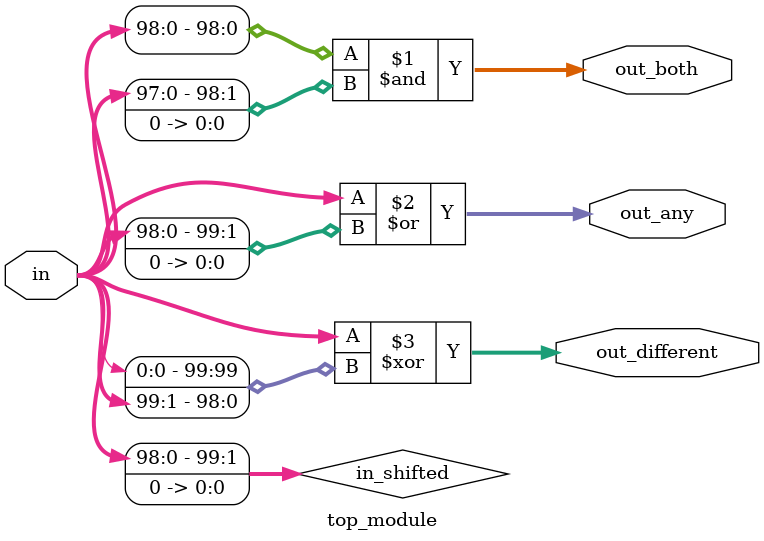
<source format=sv>
module top_module (
    input [99:0] in,
    output [98:0] out_both,
    output [99:0] out_any,
    output [99:0] out_different
);

    // Shifted input signal by one bit
    wire [99:0] in_shifted;
    assign in_shifted = {in[98:0], 1'b0};

    // Generate out_both signal: bitwise AND of in and in_shifted
    assign out_both = in[98:0] & in_shifted[98:0];

    // Generate out_any signal: bitwise OR of in and in_shifted
    assign out_any = in | in_shifted;

    // Generate out_different signal: bitwise XOR of in and in_shifted
    // First bit of out_different is the XOR of first bit of in and last bit of in_shifted
    assign out_different = in ^ {in[0], in[99:1]};

endmodule

</source>
